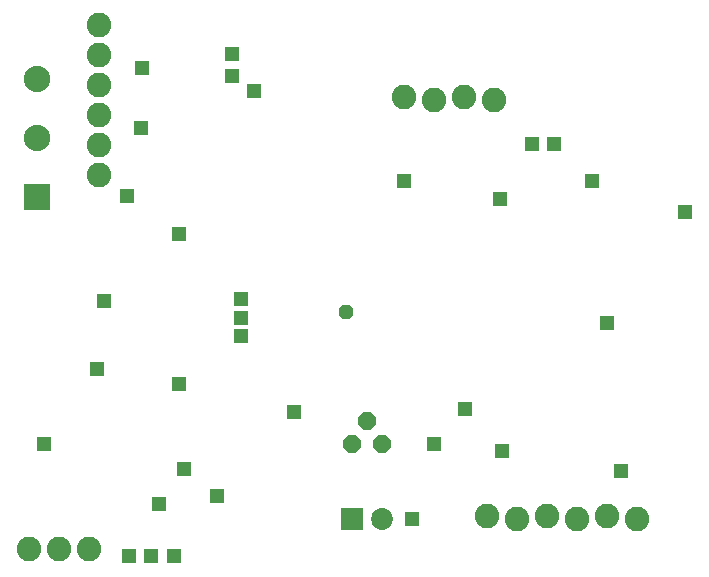
<source format=gbs>
G75*
%MOIN*%
%OFA0B0*%
%FSLAX24Y24*%
%IPPOS*%
%LPD*%
%AMOC8*
5,1,8,0,0,1.08239X$1,22.5*
%
%ADD10R,0.0730X0.0730*%
%ADD11C,0.0730*%
%ADD12C,0.0820*%
%ADD13OC8,0.0600*%
%ADD14R,0.0880X0.0880*%
%ADD15C,0.0880*%
%ADD16R,0.0476X0.0476*%
%ADD17OC8,0.0476*%
D10*
X012270Y002160D03*
D11*
X013270Y002160D03*
D12*
X001520Y001160D03*
X002520Y001160D03*
X003520Y001160D03*
X016770Y002260D03*
X017770Y002160D03*
X018770Y002260D03*
X019770Y002160D03*
X020770Y002260D03*
X021770Y002160D03*
X017020Y016110D03*
X016020Y016210D03*
X015020Y016110D03*
X014020Y016210D03*
X003845Y016597D03*
X003845Y015597D03*
X003845Y014597D03*
X003845Y013597D03*
X003845Y017597D03*
X003845Y018597D03*
D13*
X012770Y005410D03*
X013270Y004660D03*
X012270Y004660D03*
D14*
X001794Y012867D03*
D15*
X001794Y014835D03*
X001794Y016804D03*
D16*
X005264Y017174D03*
X005248Y015174D03*
X004770Y012910D03*
X006520Y011660D03*
X008583Y009467D03*
X008583Y008857D03*
X008583Y008247D03*
X006520Y006660D03*
X003770Y007160D03*
X004020Y009410D03*
X002024Y004652D03*
X005840Y002660D03*
X006680Y003800D03*
X007770Y002910D03*
X006340Y000910D03*
X005590Y000910D03*
X004840Y000910D03*
X010350Y005730D03*
X014270Y002160D03*
X015020Y004660D03*
X016060Y005830D03*
X017270Y004410D03*
X021248Y003731D03*
X020797Y008691D03*
X023372Y012394D03*
X020270Y013410D03*
X019020Y014660D03*
X018270Y014660D03*
X017230Y012810D03*
X014020Y013410D03*
X009020Y016410D03*
X008270Y016910D03*
X008270Y017660D03*
D17*
X012080Y009040D03*
M02*

</source>
